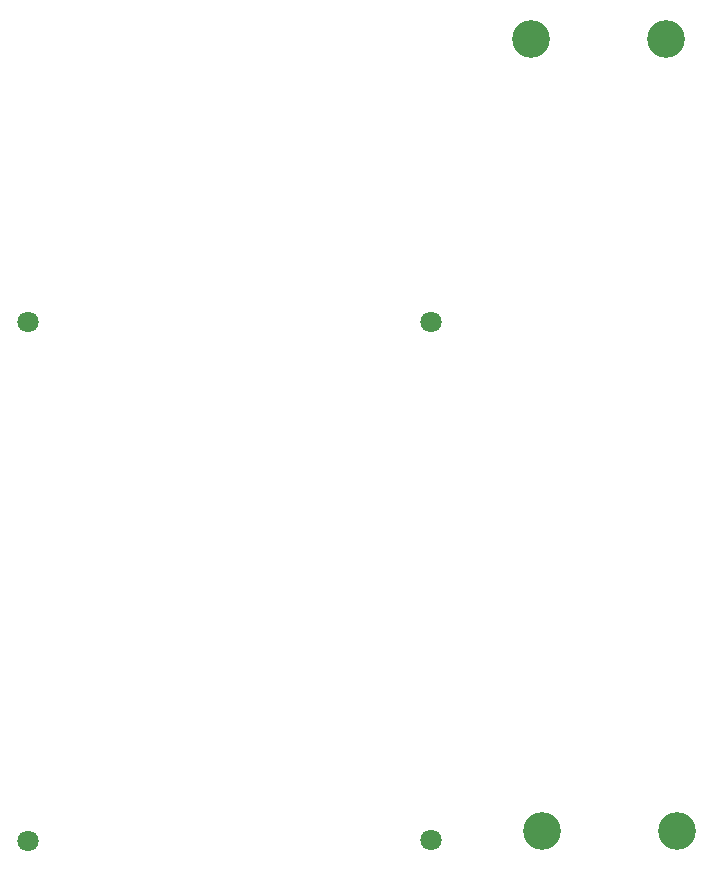
<source format=gbr>
%TF.GenerationSoftware,Altium Limited,Altium Designer,25.2.1 (25)*%
G04 Layer_Color=0*
%FSLAX45Y45*%
%MOMM*%
%TF.SameCoordinates,918F7520-6D5E-4649-A0F8-73A0CF3CBC90*%
%TF.FilePolarity,Positive*%
%TF.FileFunction,NonPlated,1,2,NPTH,Drill*%
%TF.Part,Single*%
G01*
G75*
%TA.AperFunction,ComponentDrill*%
%ADD52C,3.20000*%
%ADD53C,1.80000*%
D52*
X8800000Y650000D02*
D03*
X7657000D02*
D03*
X7557000Y7350000D02*
D03*
X8700000D02*
D03*
D53*
X6712865Y4952127D02*
D03*
Y567107D02*
D03*
X3299105Y4952127D02*
D03*
Y565547D02*
D03*
%TF.MD5,86c2e6d4d3562d88f2224ef5151cf2e9*%
M02*

</source>
